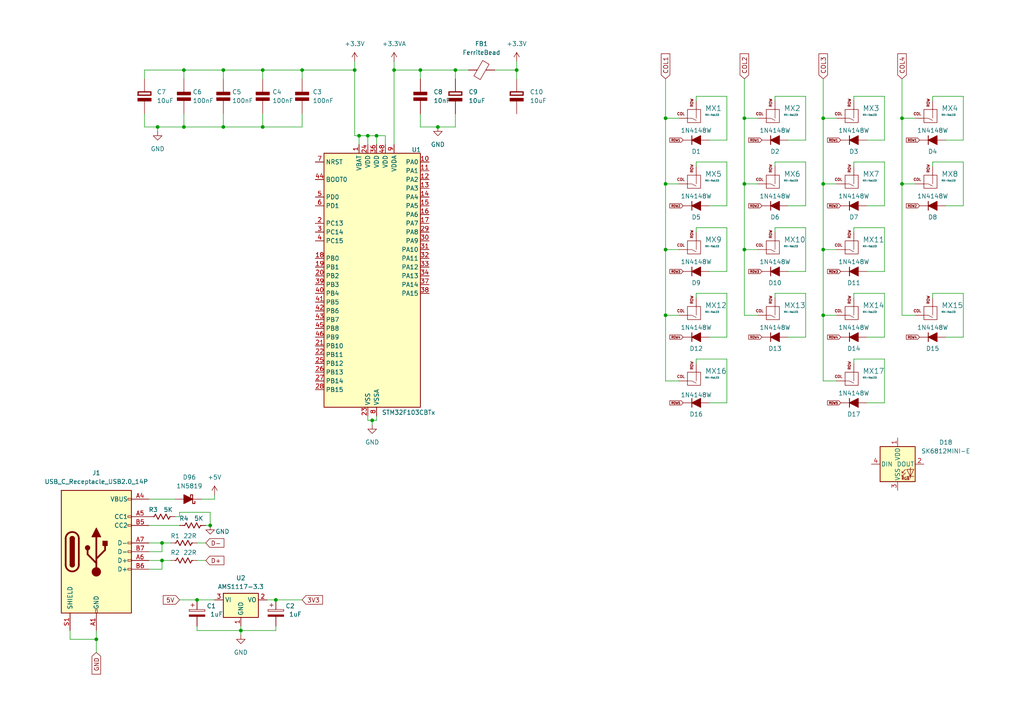
<source format=kicad_sch>
(kicad_sch (version 20231120) (generator "eeschema") (generator_version "8.0")
  (paper "A4")
  (title_block (title "Numpad Mechanical") (date "2024-06-04") (rev "1.0") (company "Dan Angles"))
  (lib_symbols
    (symbol "Connector:USB_C_Receptacle_USB2.0_14P" (pin_names (offset 1.016))
      (property "Reference" "J" (at 0 22.225 0))
      (property "Value" "USB_C_Receptacle_USB2.0_14P" (at 0 19.685 0))
      (symbol "USB_C_Receptacle_USB2.0_14P_1_1"
        (pin passive line (at 0 -22.86 90) (length 5.08) (name "GND") (number "A1"))
        (pin passive line (at 0 -22.86 90) (length 5.08) hide (name "GND") (number "A12"))
        (pin passive line (at 15.24 15.24 180) (length 5.08) (name "VBUS") (number "A4"))
        (pin bidirectional line (at 15.24 10.16 180) (length 5.08) (name "CC1") (number "A5"))
        (pin bidirectional line (at 15.24 -2.54 180) (length 5.08) (name "D+") (number "A6"))
        (pin bidirectional line (at 15.24 2.54 180) (length 5.08) (name "D-") (number "A7"))
        (pin passive line (at 15.24 15.24 180) (length 5.08) hide (name "VBUS") (number "A9"))
        (pin passive line (at 0 -22.86 90) (length 5.08) hide (name "GND") (number "B1"))
        (pin passive line (at 0 -22.86 90) (length 5.08) hide (name "GND") (number "B12"))
        (pin passive line (at 15.24 15.24 180) (length 5.08) hide (name "VBUS") (number "B4"))
        (pin bidirectional line (at 15.24 7.62 180) (length 5.08) (name "CC2") (number "B5"))
        (pin bidirectional line (at 15.24 -5.08 180) (length 5.08) (name "D+") (number "B6"))
        (pin bidirectional line (at 15.24 0 180) (length 5.08) (name "D-") (number "B7"))
        (pin passive line (at 15.24 15.24 180) (length 5.08) hide (name "VBUS") (number "B9"))
        (pin passive line (at -7.62 -22.86 90) (length 5.08) (name "SHIELD") (number "S1"))
      )
    )
    (symbol "Device:FerriteBead" (pin_numbers hide) (pin_names (offset 0))
      (property "Reference" "FB" (at -3.81 0.635 90))
      (property "Value" "FerriteBead" (at 3.81 0 90))
      (symbol "FerriteBead_1_1"
        (pin passive line (at 0 3.81 270) (length 2.54) (name "~") (number "1"))
        (pin passive line (at 0 -3.81 90) (length 2.54) (name "~") (number "2"))
      )
    )
    (symbol "MCU_ST_STM32F1:STM32F103CBTx"
      (property "Reference" "U" (at -12.7 39.37 0))
      (property "Value" "STM32F103CBTx" (at 10.16 39.37 0))
      (symbol "STM32F103CBTx_1_1"
        (pin power_in line (at -2.54 40.64 270) (length 2.54) (name "VBAT") (number "1"))
        (pin bidirectional line (at 17.78 35.56 180) (length 2.54) (name "PA0") (number "10"))
        (pin bidirectional line (at 17.78 33.02 180) (length 2.54) (name "PA1") (number "11"))
        (pin bidirectional line (at 17.78 30.48 180) (length 2.54) (name "PA2") (number "12"))
        (pin bidirectional line (at 17.78 27.94 180) (length 2.54) (name "PA3") (number "13"))
        (pin bidirectional line (at 17.78 25.4 180) (length 2.54) (name "PA4") (number "14"))
        (pin bidirectional line (at 17.78 22.86 180) (length 2.54) (name "PA5") (number "15"))
        (pin bidirectional line (at 17.78 20.32 180) (length 2.54) (name "PA6") (number "16"))
        (pin bidirectional line (at 17.78 17.78 180) (length 2.54) (name "PA7") (number "17"))
        (pin bidirectional line (at -15.24 7.62 0) (length 2.54) (name "PB0") (number "18"))
        (pin bidirectional line (at -15.24 5.08 0) (length 2.54) (name "PB1") (number "19"))
        (pin bidirectional line (at -15.24 17.78 0) (length 2.54) (name "PC13") (number "2"))
        (pin bidirectional line (at -15.24 2.54 0) (length 2.54) (name "PB2") (number "20"))
        (pin bidirectional line (at -15.24 -17.78 0) (length 2.54) (name "PB10") (number "21"))
        (pin bidirectional line (at -15.24 -20.32 0) (length 2.54) (name "PB11") (number "22"))
        (pin power_in line (at 0 -38.1 90) (length 2.54) (name "VSS") (number "23"))
        (pin power_in line (at 0 40.64 270) (length 2.54) (name "VDD") (number "24"))
        (pin bidirectional line (at -15.24 -22.86 0) (length 2.54) (name "PB12") (number "25"))
        (pin bidirectional line (at -15.24 -25.4 0) (length 2.54) (name "PB13") (number "26"))
        (pin bidirectional line (at -15.24 -27.94 0) (length 2.54) (name "PB14") (number "27"))
        (pin bidirectional line (at -15.24 -30.48 0) (length 2.54) (name "PB15") (number "28"))
        (pin bidirectional line (at 17.78 15.24 180) (length 2.54) (name "PA8") (number "29"))
        (pin bidirectional line (at -15.24 15.24 0) (length 2.54) (name "PC14") (number "3"))
        (pin bidirectional line (at 17.78 12.7 180) (length 2.54) (name "PA9") (number "30"))
        (pin bidirectional line (at 17.78 10.16 180) (length 2.54) (name "PA10") (number "31"))
        (pin bidirectional line (at 17.78 7.62 180) (length 2.54) (name "PA11") (number "32"))
        (pin bidirectional line (at 17.78 5.08 180) (length 2.54) (name "PA12") (number "33"))
        (pin bidirectional line (at 17.78 2.54 180) (length 2.54) (name "PA13") (number "34"))
        (pin passive line (at 0 -38.1 90) (length 2.54) hide (name "VSS") (number "35"))
        (pin power_in line (at 2.54 40.64 270) (length 2.54) (name "VDD") (number "36"))
        (pin bidirectional line (at 17.78 0 180) (length 2.54) (name "PA14") (number "37"))
        (pin bidirectional line (at 17.78 -2.54 180) (length 2.54) (name "PA15") (number "38"))
        (pin bidirectional line (at -15.24 0 0) (length 2.54) (name "PB3") (number "39"))
        (pin bidirectional line (at -15.24 12.7 0) (length 2.54) (name "PC15") (number "4"))
        (pin bidirectional line (at -15.24 -2.54 0) (length 2.54) (name "PB4") (number "40"))
        (pin bidirectional line (at -15.24 -5.08 0) (length 2.54) (name "PB5") (number "41"))
        (pin bidirectional line (at -15.24 -7.62 0) (length 2.54) (name "PB6") (number "42"))
        (pin bidirectional line (at -15.24 -10.16 0) (length 2.54) (name "PB7") (number "43"))
        (pin input line (at -15.24 30.48 0) (length 2.54) (name "BOOT0") (number "44"))
        (pin bidirectional line (at -15.24 -12.7 0) (length 2.54) (name "PB8") (number "45"))
        (pin bidirectional line (at -15.24 -15.24 0) (length 2.54) (name "PB9") (number "46"))
        (pin passive line (at 0 -38.1 90) (length 2.54) hide (name "VSS") (number "47"))
        (pin power_in line (at 5.08 40.64 270) (length 2.54) (name "VDD") (number "48"))
        (pin bidirectional line (at -15.24 25.4 0) (length 2.54) (name "PD0") (number "5"))
        (pin bidirectional line (at -15.24 22.86 0) (length 2.54) (name "PD1") (number "6"))
        (pin input line (at -15.24 35.56 0) (length 2.54) (name "NRST") (number "7"))
        (pin power_in line (at 2.54 -38.1 90) (length 2.54) (name "VSSA") (number "8"))
        (pin power_in line (at 7.62 40.64 270) (length 2.54) (name "VDDA") (number "9"))
      )
    )
    (symbol "MX_Alps_Hybrid:MX-NoLED" (pin_names (offset 1.016))
      (property "Reference" "MX" (at -0.635 3.81 0))
      (property "Value" "MX-NoLED" (at -0.635 1.27 0))
      (symbol "MX-NoLED_0_0"
        (text "COL" (at 3.175 0 0) (effects (font (size 0.762 0.762))))
        (text "ROW" (at 0 -1.905 900) (effects (font (size 0.762 0.762)) (justify right)))
      )
      (symbol "MX-NoLED_1_1"
        (pin passive line (at 3.81 1.27 180) (length 2.54) (name "COL") (number "1"))
        (pin passive line (at -1.27 -3.81 90) (length 2.54) (name "ROW") (number "2"))
      )
    )
    (symbol "PCM_Capacitor_AKL:CP_SMD_D6.3mm_H7.7mm" (pin_numbers hide) (pin_names (offset 0.254))
      (property "Reference" "C" (at 0.635 2.54 0))
      (property "Value" "CP_SMD_D6.3mm_H7.7mm" (at 0.635 -2.54 0))
      (symbol "CP_SMD_D6.3mm_H7.7mm_1_1"
        (pin passive line (at 0 3.81 270) (length 2.794) (name "~") (number "1"))
        (pin passive line (at 0 -3.81 90) (length 2.794) (name "~") (number "2"))
      )
    )
    (symbol "PCM_Diode_AKL:1N4148W" (pin_numbers hide) (pin_names (offset 1.016) hide)
      (property "Reference" "D" (at 0 5.08 0))
      (property "Value" "1N4148W" (at 0 2.54 0))
      (symbol "1N4148W_1_1"
        (pin passive line (at 3.81 0 180) (length 2.54) (name "K") (number "1"))
        (pin passive line (at -3.81 0 0) (length 2.54) (name "A") (number "2"))
      )
    )
    (symbol "PCM_Diode_Schottky_AKL:D_Schottky_Generic" (pin_numbers hide) (pin_names (offset 1.016) hide)
      (property "Reference" "D" (at 0 5.08 0))
      (property "Value" "D_Schottky_Generic" (at 0 2.54 0))
      (symbol "D_Schottky_Generic_1_1"
        (pin passive line (at 3.81 0 180) (length 2.54) (name "K") (number "1"))
        (pin passive line (at -3.81 0 0) (length 2.54) (name "A") (number "2"))
      )
    )
    (symbol "PCM_Elektuur:C" (pin_numbers hide) (pin_names (offset 0) hide)
      (property "Reference" "C" (at 0.635 3.175 0))
      (property "Value" "C" (at 0.635 -3.175 0))
      (symbol "C_1_1"
        (pin passive line (at 0 5.08 270) (length 3.8862) (name "+") (number "1"))
        (pin passive line (at 0 -5.08 90) (length 3.8862) (name "-") (number "2"))
      )
      (symbol "C_1_2"
        (pin passive line (at 0 5.08 270) (length 3.5814) (name "+") (number "1"))
        (pin passive line (at 0 -5.08 90) (length 3.5814) (name "-") (number "2"))
      )
    )
    (symbol "PCM_Elektuur:C-polar" (pin_numbers hide) (pin_names (offset 0) hide)
      (property "Reference" "C" (at 0.635 3.175 0))
      (property "Value" "C-polar" (at 0.635 -3.175 0))
      (property "Rating" "V" (at -0.635 -3.175 0))
      (symbol "C-polar_1_1"
        (pin passive line (at 0 5.08 270) (length 3.7338) (name "+") (number "1"))
        (pin passive line (at 0 -5.08 90) (length 3.7338) (name "-") (number "2"))
      )
      (symbol "C-polar_1_2"
        (pin passive line (at 0 5.08 270) (length 3.5814) (name "+") (number "1"))
        (pin passive line (at 0 -5.08 90) (length 3.8862) (name "-") (number "2"))
      )
    )
    (symbol "PCM_Resistor_US_AKL:R_0603" (pin_numbers hide) (pin_names (offset 0))
      (property "Reference" "R" (at 2.54 1.27 0))
      (property "Value" "R_0603" (at 2.54 -1.27 0))
      (symbol "R_0603_1_1"
        (pin passive line (at 0 3.81 270) (length 1.27) (name "~") (number "1"))
        (pin passive line (at 0 -3.81 90) (length 1.27) (name "~") (number "2"))
      )
    )
    (symbol "Regulator_Linear:AMS1117-3.3"
      (property "Reference" "U" (at -3.81 3.175 0))
      (property "Value" "AMS1117-3.3" (at 0 3.175 0))
      (symbol "AMS1117-3.3_1_1"
        (pin power_in line (at 0 -7.62 90) (length 2.54) (name "GND") (number "1"))
        (pin power_out line (at 7.62 0 180) (length 2.54) (name "VO") (number "2"))
        (pin power_in line (at -7.62 0 0) (length 2.54) (name "VI") (number "3"))
      )
    )
    (symbol "kicad-keyboard-parts:SK6812MINI-E" (pin_names (offset 0.254))
      (property "Reference" "D" (at 5.08 5.715 0))
      (property "Value" "SK6812MINI-E" (at 1.27 -5.715 0))
      (symbol "SK6812MINI-E_0_0"
        (text "RGB" (at 2.286 -4.191 0) (effects (font (size 0.762 0.762))))
      )
      (symbol "SK6812MINI-E_1_1"
        (pin power_in line (at 0 7.62 270) (length 2.54) (name "VDD") (number "1"))
        (pin output line (at 7.62 0 180) (length 2.54) (name "DOUT") (number "2"))
        (pin power_in line (at 0 -7.62 90) (length 2.54) (name "VSS") (number "3"))
        (pin input line (at -7.62 0 0) (length 2.54) (name "DIN") (number "4"))
      )
    )
    (symbol "power:+3.3V" (power) (pin_numbers hide) (pin_names (offset 0) hide)
      (property "Value" "+3.3V" (at 0 3.556 0))
      (symbol "+3.3V_1_1"
        (pin power_in line (at 0 0 90) (length 0) (name "~") (number "1"))
      )
    )
    (symbol "power:+3.3VA" (power) (pin_numbers hide) (pin_names (offset 0) hide)
      (property "Value" "+3.3VA" (at 0 3.556 0))
      (symbol "+3.3VA_1_1"
        (pin power_in line (at 0 0 90) (length 0) (name "~") (number "1"))
      )
    )
    (symbol "power:+5V" (power) (pin_numbers hide) (pin_names (offset 0) hide)
      (property "Value" "+5V" (at 0 3.556 0))
      (symbol "+5V_1_1"
        (pin power_in line (at 0 0 90) (length 0) (name "~") (number "1"))
      )
    )
    (symbol "power:GND" (power) (pin_numbers hide) (pin_names (offset 0) hide)
      (property "Value" "GND" (at 0 -3.81 0))
      (symbol "GND_1_1"
        (pin power_in line (at 0 0 270) (length 0) (name "~") (number "1"))
      )
    )
  )
  (junction (at 53.34 20.32))
  (junction (at 261.62 34.29))
  (junction (at 238.76 34.29))
  (junction (at 76.2 20.32))
  (junction (at 106.68 39.37))
  (junction (at 238.76 91.44))
  (junction (at 46.99 157.48))
  (junction (at 87.63 20.32))
  (junction (at 64.77 36.83))
  (junction (at 193.04 34.29))
  (junction (at 193.04 91.44))
  (junction (at 64.77 20.32))
  (junction (at 261.62 53.34))
  (junction (at 104.14 39.37))
  (junction (at 57.15 173.99))
  (junction (at 45.72 36.83))
  (junction (at 215.9 53.34))
  (junction (at 215.9 34.29))
  (junction (at 69.85 182.88))
  (junction (at 238.76 53.34))
  (junction (at 107.95 121.92))
  (junction (at 149.86 20.32))
  (junction (at 215.9 72.39))
  (junction (at 46.99 162.56))
  (junction (at 127 36.83))
  (junction (at 193.04 72.39))
  (junction (at 102.87 20.32))
  (junction (at 27.94 185.42))
  (junction (at 121.92 20.32))
  (junction (at 80.01 173.99))
  (junction (at 114.3 20.32))
  (junction (at 132.08 20.32))
  (junction (at 53.34 36.83))
  (junction (at 238.76 72.39))
  (junction (at 60.96 152.4))
  (junction (at 109.22 39.37))
  (junction (at 193.04 53.34))
  (junction (at 76.2 36.83))
  (wire (pts (xy 41.91 36.83) (xy 45.72 36.83)))
  (wire (pts (xy 205.74 59.69) (xy 210.82 59.69)))
  (wire (pts (xy 247.65 104.14) (xy 247.65 105.41)))
  (wire (pts (xy 41.91 22.86) (xy 41.91 20.32)))
  (wire (pts (xy 201.93 27.94) (xy 201.93 29.21)))
  (wire (pts (xy 205.74 116.84) (xy 210.82 116.84)))
  (wire (pts (xy 261.62 22.86) (xy 261.62 34.29)))
  (wire (pts (xy 205.74 40.64) (xy 210.82 40.64)))
  (wire (pts (xy 41.91 20.32) (xy 53.34 20.32)))
  (wire (pts (xy 53.34 20.32) (xy 53.34 22.86)))
  (wire (pts (xy 233.68 40.64) (xy 233.68 27.94)))
  (wire (pts (xy 45.72 36.83) (xy 53.34 36.83)))
  (wire (pts (xy 62.23 144.78) (xy 58.42 144.78)))
  (wire (pts (xy 256.54 85.09) (xy 247.65 85.09)))
  (wire (pts (xy 233.68 27.94) (xy 224.79 27.94)))
  (wire (pts (xy 69.85 182.88) (xy 80.01 182.88)))
  (wire (pts (xy 270.51 85.09) (xy 270.51 86.36)))
  (wire (pts (xy 261.62 53.34) (xy 261.62 91.44)))
  (wire (pts (xy 27.94 185.42) (xy 27.94 182.88)))
  (wire (pts (xy 149.86 20.32) (xy 149.86 22.86)))
  (wire (pts (xy 251.46 116.84) (xy 256.54 116.84)))
  (wire (pts (xy 261.62 53.34) (xy 265.43 53.34)))
  (wire (pts (xy 149.86 17.78) (xy 149.86 20.32)))
  (wire (pts (xy 256.54 78.74) (xy 256.54 66.04)))
  (wire (pts (xy 69.85 184.15) (xy 69.85 182.88)))
  (wire (pts (xy 57.15 173.99) (xy 62.23 173.99)))
  (wire (pts (xy 279.4 27.94) (xy 270.51 27.94)))
  (wire (pts (xy 114.3 17.78) (xy 114.3 20.32)))
  (wire (pts (xy 114.3 20.32) (xy 121.92 20.32)))
  (wire (pts (xy 238.76 34.29) (xy 238.76 53.34)))
  (wire (pts (xy 256.54 27.94) (xy 247.65 27.94)))
  (wire (pts (xy 87.63 20.32) (xy 87.63 22.86)))
  (wire (pts (xy 256.54 97.79) (xy 256.54 85.09)))
  (wire (pts (xy 53.34 36.83) (xy 64.77 36.83)))
  (wire (pts (xy 238.76 72.39) (xy 242.57 72.39)))
  (wire (pts (xy 46.99 165.1) (xy 46.99 162.56)))
  (wire (pts (xy 238.76 34.29) (xy 242.57 34.29)))
  (wire (pts (xy 193.04 53.34) (xy 193.04 72.39)))
  (wire (pts (xy 27.94 185.42) (xy 27.94 189.23)))
  (wire (pts (xy 233.68 85.09) (xy 224.79 85.09)))
  (wire (pts (xy 127 36.83) (xy 132.08 36.83)))
  (wire (pts (xy 238.76 72.39) (xy 238.76 91.44)))
  (wire (pts (xy 193.04 34.29) (xy 193.04 53.34)))
  (wire (pts (xy 76.2 20.32) (xy 87.63 20.32)))
  (wire (pts (xy 251.46 78.74) (xy 256.54 78.74)))
  (wire (pts (xy 247.65 66.04) (xy 247.65 67.31)))
  (wire (pts (xy 53.34 33.02) (xy 53.34 36.83)))
  (wire (pts (xy 238.76 53.34) (xy 238.76 72.39)))
  (wire (pts (xy 76.2 36.83) (xy 76.2 33.02)))
  (wire (pts (xy 104.14 39.37) (xy 106.68 39.37)))
  (wire (pts (xy 279.4 40.64) (xy 279.4 27.94)))
  (wire (pts (xy 109.22 121.92) (xy 109.22 120.65)))
  (wire (pts (xy 233.68 78.74) (xy 233.68 66.04)))
  (wire (pts (xy 52.07 149.86) (xy 50.8 149.86)))
  (wire (pts (xy 270.51 46.99) (xy 270.51 48.26)))
  (wire (pts (xy 233.68 97.79) (xy 233.68 85.09)))
  (wire (pts (xy 43.18 165.1) (xy 46.99 165.1)))
  (wire (pts (xy 80.01 173.99) (xy 87.63 173.99)))
  (wire (pts (xy 107.95 123.19) (xy 107.95 121.92)))
  (wire (pts (xy 251.46 40.64) (xy 256.54 40.64)))
  (wire (pts (xy 215.9 53.34) (xy 219.71 53.34)))
  (wire (pts (xy 41.91 33.02) (xy 41.91 36.83)))
  (wire (pts (xy 247.65 27.94) (xy 247.65 29.21)))
  (wire (pts (xy 132.08 22.86) (xy 132.08 20.32)))
  (wire (pts (xy 256.54 59.69) (xy 256.54 46.99)))
  (wire (pts (xy 80.01 182.88) (xy 80.01 181.61)))
  (wire (pts (xy 64.77 36.83) (xy 76.2 36.83)))
  (wire (pts (xy 201.93 85.09) (xy 201.93 86.36)))
  (wire (pts (xy 106.68 39.37) (xy 106.68 41.91)))
  (wire (pts (xy 279.4 85.09) (xy 270.51 85.09)))
  (wire (pts (xy 224.79 46.99) (xy 224.79 48.26)))
  (wire (pts (xy 210.82 78.74) (xy 210.82 66.04)))
  (wire (pts (xy 121.92 36.83) (xy 127 36.83)))
  (wire (pts (xy 210.82 116.84) (xy 210.82 104.14)))
  (wire (pts (xy 238.76 53.34) (xy 242.57 53.34)))
  (wire (pts (xy 20.32 185.42) (xy 27.94 185.42)))
  (wire (pts (xy 87.63 20.32) (xy 102.87 20.32)))
  (wire (pts (xy 77.47 173.99) (xy 80.01 173.99)))
  (wire (pts (xy 43.18 152.4) (xy 52.07 152.4)))
  (wire (pts (xy 193.04 34.29) (xy 196.85 34.29)))
  (wire (pts (xy 114.3 20.32) (xy 114.3 41.91)))
  (wire (pts (xy 106.68 121.92) (xy 106.68 120.65)))
  (wire (pts (xy 102.87 39.37) (xy 104.14 39.37)))
  (wire (pts (xy 261.62 34.29) (xy 265.43 34.29)))
  (wire (pts (xy 261.62 34.29) (xy 261.62 53.34)))
  (wire (pts (xy 143.51 20.32) (xy 149.86 20.32)))
  (wire (pts (xy 193.04 72.39) (xy 196.85 72.39)))
  (wire (pts (xy 87.63 36.83) (xy 87.63 33.02)))
  (wire (pts (xy 233.68 46.99) (xy 224.79 46.99)))
  (wire (pts (xy 193.04 22.86) (xy 193.04 34.29)))
  (wire (pts (xy 43.18 144.78) (xy 50.8 144.78)))
  (wire (pts (xy 64.77 22.86) (xy 64.77 20.32)))
  (wire (pts (xy 52.07 173.99) (xy 57.15 173.99)))
  (wire (pts (xy 45.72 38.1) (xy 45.72 36.83)))
  (wire (pts (xy 59.69 157.48) (xy 57.15 157.48)))
  (wire (pts (xy 210.82 46.99) (xy 201.93 46.99)))
  (wire (pts (xy 46.99 162.56) (xy 49.53 162.56)))
  (wire (pts (xy 64.77 36.83) (xy 64.77 33.02)))
  (wire (pts (xy 238.76 22.86) (xy 238.76 34.29)))
  (wire (pts (xy 43.18 160.02) (xy 46.99 160.02)))
  (wire (pts (xy 274.32 97.79) (xy 279.4 97.79)))
  (wire (pts (xy 193.04 91.44) (xy 196.85 91.44)))
  (wire (pts (xy 228.6 59.69) (xy 233.68 59.69)))
  (wire (pts (xy 76.2 36.83) (xy 87.63 36.83)))
  (wire (pts (xy 205.74 97.79) (xy 210.82 97.79)))
  (wire (pts (xy 270.51 27.94) (xy 270.51 29.21)))
  (wire (pts (xy 201.93 104.14) (xy 201.93 105.41)))
  (wire (pts (xy 224.79 27.94) (xy 224.79 29.21)))
  (wire (pts (xy 210.82 40.64) (xy 210.82 27.94)))
  (wire (pts (xy 104.14 39.37) (xy 104.14 41.91)))
  (wire (pts (xy 279.4 46.99) (xy 270.51 46.99)))
  (wire (pts (xy 57.15 182.88) (xy 57.15 181.61)))
  (wire (pts (xy 210.82 59.69) (xy 210.82 46.99)))
  (wire (pts (xy 193.04 110.49) (xy 196.85 110.49)))
  (wire (pts (xy 69.85 182.88) (xy 69.85 181.61)))
  (wire (pts (xy 201.93 66.04) (xy 201.93 67.31)))
  (wire (pts (xy 52.07 148.59) (xy 52.07 149.86)))
  (wire (pts (xy 106.68 39.37) (xy 109.22 39.37)))
  (wire (pts (xy 109.22 41.91) (xy 109.22 39.37)))
  (wire (pts (xy 261.62 91.44) (xy 265.43 91.44)))
  (wire (pts (xy 46.99 160.02) (xy 46.99 157.48)))
  (wire (pts (xy 215.9 91.44) (xy 219.71 91.44)))
  (wire (pts (xy 46.99 162.56) (xy 43.18 162.56)))
  (wire (pts (xy 274.32 59.69) (xy 279.4 59.69)))
  (wire (pts (xy 46.99 157.48) (xy 49.53 157.48)))
  (wire (pts (xy 53.34 20.32) (xy 64.77 20.32)))
  (wire (pts (xy 228.6 40.64) (xy 233.68 40.64)))
  (wire (pts (xy 121.92 20.32) (xy 121.92 22.86)))
  (wire (pts (xy 201.93 46.99) (xy 201.93 48.26)))
  (wire (pts (xy 215.9 22.86) (xy 215.9 34.29)))
  (wire (pts (xy 256.54 66.04) (xy 247.65 66.04)))
  (wire (pts (xy 256.54 40.64) (xy 256.54 27.94)))
  (wire (pts (xy 215.9 72.39) (xy 215.9 91.44)))
  (wire (pts (xy 224.79 85.09) (xy 224.79 86.36)))
  (wire (pts (xy 121.92 33.02) (xy 121.92 36.83)))
  (wire (pts (xy 256.54 116.84) (xy 256.54 104.14)))
  (wire (pts (xy 20.32 182.88) (xy 20.32 185.42)))
  (wire (pts (xy 233.68 66.04) (xy 224.79 66.04)))
  (wire (pts (xy 132.08 20.32) (xy 121.92 20.32)))
  (wire (pts (xy 210.82 97.79) (xy 210.82 85.09)))
  (wire (pts (xy 210.82 104.14) (xy 201.93 104.14)))
  (wire (pts (xy 205.74 78.74) (xy 210.82 78.74)))
  (wire (pts (xy 215.9 53.34) (xy 215.9 72.39)))
  (wire (pts (xy 274.32 40.64) (xy 279.4 40.64)))
  (wire (pts (xy 193.04 91.44) (xy 193.04 110.49)))
  (wire (pts (xy 210.82 66.04) (xy 201.93 66.04)))
  (wire (pts (xy 52.07 148.59) (xy 60.96 148.59)))
  (wire (pts (xy 210.82 27.94) (xy 201.93 27.94)))
  (wire (pts (xy 256.54 46.99) (xy 247.65 46.99)))
  (wire (pts (xy 247.65 85.09) (xy 247.65 86.36)))
  (wire (pts (xy 59.69 152.4) (xy 60.96 152.4)))
  (wire (pts (xy 228.6 78.74) (xy 233.68 78.74)))
  (wire (pts (xy 215.9 72.39) (xy 219.71 72.39)))
  (wire (pts (xy 233.68 59.69) (xy 233.68 46.99)))
  (wire (pts (xy 256.54 104.14) (xy 247.65 104.14)))
  (wire (pts (xy 238.76 110.49) (xy 242.57 110.49)))
  (wire (pts (xy 251.46 97.79) (xy 256.54 97.79)))
  (wire (pts (xy 193.04 53.34) (xy 196.85 53.34)))
  (wire (pts (xy 279.4 59.69) (xy 279.4 46.99)))
  (wire (pts (xy 210.82 85.09) (xy 201.93 85.09)))
  (wire (pts (xy 64.77 20.32) (xy 76.2 20.32)))
  (wire (pts (xy 238.76 91.44) (xy 242.57 91.44)))
  (wire (pts (xy 135.89 20.32) (xy 132.08 20.32)))
  (wire (pts (xy 247.65 46.99) (xy 247.65 48.26)))
  (wire (pts (xy 106.68 121.92) (xy 107.95 121.92)))
  (wire (pts (xy 111.76 39.37) (xy 111.76 41.91)))
  (wire (pts (xy 215.9 34.29) (xy 219.71 34.29)))
  (wire (pts (xy 215.9 34.29) (xy 215.9 53.34)))
  (wire (pts (xy 224.79 66.04) (xy 224.79 67.31)))
  (wire (pts (xy 62.23 143.51) (xy 62.23 144.78)))
  (wire (pts (xy 57.15 182.88) (xy 69.85 182.88)))
  (wire (pts (xy 107.95 121.92) (xy 109.22 121.92)))
  (wire (pts (xy 46.99 157.48) (xy 43.18 157.48)))
  (wire (pts (xy 193.04 72.39) (xy 193.04 91.44)))
  (wire (pts (xy 132.08 33.02) (xy 132.08 36.83)))
  (wire (pts (xy 102.87 39.37) (xy 102.87 20.32)))
  (wire (pts (xy 76.2 20.32) (xy 76.2 22.86)))
  (wire (pts (xy 279.4 97.79) (xy 279.4 85.09)))
  (wire (pts (xy 238.76 91.44) (xy 238.76 110.49)))
  (wire (pts (xy 109.22 39.37) (xy 111.76 39.37)))
  (wire (pts (xy 228.6 97.79) (xy 233.68 97.79)))
  (wire (pts (xy 251.46 59.69) (xy 256.54 59.69)))
  (wire (pts (xy 102.87 17.78) (xy 102.87 20.32)))
  (wire (pts (xy 60.96 148.59) (xy 60.96 152.4)))
  (wire (pts (xy 59.69 162.56) (xy 57.15 162.56)))
  (global_label "ROW5" (shape input) (at 243.84 116.84 180) (effects (font (size 0.635 0.635))) (property "Intersheetrefs" "${INTERSHEET_REFS}" (effects (hide yes))))
  (global_label "ROW3" (shape input) (at 220.98 78.74 180) (effects (font (size 0.635 0.635))) (property "Intersheetrefs" "${INTERSHEET_REFS}" (effects (hide yes))))
  (global_label "ROW4" (shape input) (at 198.12 97.79 180) (effects (font (size 0.635 0.635))) (property "Intersheetrefs" "${INTERSHEET_REFS}" (effects (hide yes))))
  (global_label "ROW1" (shape input) (at 198.12 40.64 180) (effects (font (size 0.635 0.635))) (property "Intersheetrefs" "${INTERSHEET_REFS}" (effects (hide yes))))
  (global_label "COL3" (shape input) (at 238.76 22.86 90) (property "Intersheetrefs" "${INTERSHEET_REFS}" (effects (hide yes))))
  (global_label "ROW4" (shape input) (at 266.7 97.79 180) (effects (font (size 0.635 0.635))) (property "Intersheetrefs" "${INTERSHEET_REFS}" (effects (hide yes))))
  (global_label "D-" (shape input) (at 59.69 157.48 0) (property "Intersheetrefs" "${INTERSHEET_REFS}" (effects (hide yes))))
  (global_label "COL4" (shape input) (at 261.62 22.86 90) (property "Intersheetrefs" "${INTERSHEET_REFS}" (effects (hide yes))))
  (global_label "ROW2" (shape input) (at 243.84 59.69 180) (effects (font (size 0.635 0.635))) (property "Intersheetrefs" "${INTERSHEET_REFS}" (effects (hide yes))))
  (global_label "ROW4" (shape input) (at 243.84 97.79 180) (effects (font (size 0.635 0.635))) (property "Intersheetrefs" "${INTERSHEET_REFS}" (effects (hide yes))))
  (global_label "ROW1" (shape input) (at 220.98 40.64 180) (effects (font (size 0.635 0.635))) (property "Intersheetrefs" "${INTERSHEET_REFS}" (effects (hide yes))))
  (global_label "ROW3" (shape input) (at 198.12 78.74 180) (effects (font (size 0.635 0.635))) (property "Intersheetrefs" "${INTERSHEET_REFS}" (effects (hide yes))))
  (global_label "3V3" (shape input) (at 87.63 173.99 0) (property "Intersheetrefs" "${INTERSHEET_REFS}" (effects (hide yes))))
  (global_label "ROW1" (shape input) (at 266.7 40.64 180) (effects (font (size 0.635 0.635))) (property "Intersheetrefs" "${INTERSHEET_REFS}" (effects (hide yes))))
  (global_label "ROW3" (shape input) (at 243.84 78.74 180) (effects (font (size 0.635 0.635))) (property "Intersheetrefs" "${INTERSHEET_REFS}" (effects (hide yes))))
  (global_label "ROW5" (shape input) (at 198.12 116.84 180) (effects (font (size 0.635 0.635))) (property "Intersheetrefs" "${INTERSHEET_REFS}" (effects (hide yes))))
  (global_label "ROW2" (shape input) (at 220.98 59.69 180) (effects (font (size 0.635 0.635))) (property "Intersheetrefs" "${INTERSHEET_REFS}" (effects (hide yes))))
  (global_label "D+" (shape input) (at 59.69 162.56 0) (property "Intersheetrefs" "${INTERSHEET_REFS}" (effects (hide yes))))
  (global_label "ROW2" (shape input) (at 266.7 59.69 180) (effects (font (size 0.635 0.635))) (property "Intersheetrefs" "${INTERSHEET_REFS}" (effects (hide yes))))
  (global_label "GND" (shape input) (at 27.94 189.23 270) (property "Intersheetrefs" "${INTERSHEET_REFS}" (effects (hide yes))))
  (global_label "COL2" (shape input) (at 215.9 22.86 90) (property "Intersheetrefs" "${INTERSHEET_REFS}" (effects (hide yes))))
  (global_label "5V" (shape input) (at 52.07 173.99 180) (property "Intersheetrefs" "${INTERSHEET_REFS}" (effects (hide yes))))
  (global_label "COL1" (shape input) (at 193.04 22.86 90) (property "Intersheetrefs" "${INTERSHEET_REFS}" (effects (hide yes))))
  (global_label "ROW2" (shape input) (at 198.12 59.69 180) (effects (font (size 0.635 0.635))) (property "Intersheetrefs" "${INTERSHEET_REFS}" (effects (hide yes))))
  (global_label "ROW4" (shape input) (at 220.98 97.79 180) (effects (font (size 0.635 0.635))) (property "Intersheetrefs" "${INTERSHEET_REFS}" (effects (hide yes))))
  (global_label "ROW1" (shape input) (at 243.84 40.64 180) (effects (font (size 0.635 0.635))) (property "Intersheetrefs" "${INTERSHEET_REFS}" (effects (hide yes))))
  (symbol (lib_id "MX_Alps_Hybrid:MX-NoLED") (at 246.38 71.12 180) (unit 1)
    (property "Reference" "MX11" (at 250.19 69.52 0) (effects (font (size 1.524 1.524)) (justify right)))
    (property "Value" "MX-NoLED" (at 250.19 71.4251 0) (effects (font (size 0.508 0.508)) (justify right)))
    (property "Footprint" "MX_Alps_Hybrid:MX-1U-NoLED" (effects (hide yes)))
  )
  (symbol (lib_id "PCM_Elektuur:C-polar") (at 149.86 27.94 0) (unit 1)
    (property "Reference" "C10" (at 153.67 26.67 0) (effects (justify left)))
    (property "Value" "10uF" (at 153.67 29.21 0) (effects (justify left)))
    (property "Description" "capacitor, polar(ized)" (effects (hide yes)))
    (property "Indicator" "+" (effects (hide yes)))
    (property "Rating" "V" (effects (hide yes)))
  )
  (symbol (lib_id "Connector:USB_C_Receptacle_USB2.0_14P") (at 27.94 160.02 0) (unit 1)
    (property "Reference" "J1" (at 27.94 137.16 0))
    (property "Value" "USB_C_Receptacle_USB2.0_14P" (at 27.94 139.7 0))
    (property "Footprint" "Connector_USB:USB_C_Receptacle_XKB_U262-16XN-4BVC11" (effects (hide yes)))
    (property "Datasheet" "https://www.usb.org/sites/default/files/documents/usb_type-c.zip" (effects (hide yes)))
    (property "Description" "USB 2.0-only 14P Type-C Receptacle connector" (effects (hide yes)))
  )
  (symbol (lib_id "PCM_Diode_AKL:1N4148W") (at 224.79 97.79 180) (unit 1)
    (property "Reference" "D13" (at 224.79 101.092 0))
    (property "Value" "1N4148W" (at 224.79 94.996 0))
    (property "Footprint" "D_SOD-123_A:D_SOD-123_A" (effects (hide yes)))
    (property "Datasheet" "https://datasheet.octopart.com/1N4148W-HE3-18-Vishay-datasheet-17291302.pdf" (effects (hide yes)))
    (property "Description" "SOD-123 Diode, Small Signal, Fast Switching, 75V, 150mA, 4ns, Alternate KiCad Library" (effects (hide yes)))
  )
  (symbol (lib_id "PCM_Diode_AKL:1N4148W") (at 247.65 116.84 180) (unit 1)
    (property "Reference" "D17" (at 247.65 120.142 0))
    (property "Value" "1N4148W" (at 247.65 114.046 0))
    (property "Footprint" "D_SOD-123_A:D_SOD-123_A" (effects (hide yes)))
    (property "Datasheet" "https://datasheet.octopart.com/1N4148W-HE3-18-Vishay-datasheet-17291302.pdf" (effects (hide yes)))
    (property "Description" "SOD-123 Diode, Small Signal, Fast Switching, 75V, 150mA, 4ns, Alternate KiCad Library" (effects (hide yes)))
  )
  (symbol (lib_id "MX_Alps_Hybrid:MX-NoLED") (at 223.52 90.17 180) (unit 1)
    (property "Reference" "MX13" (at 227.33 88.57 0) (effects (font (size 1.524 1.524)) (justify right)))
    (property "Value" "MX-NoLED" (at 227.33 90.4751 0) (effects (font (size 0.508 0.508)) (justify right)))
    (property "Footprint" "MX_Alps_Hybrid:MX-1U-NoLED" (effects (hide yes)))
  )
  (symbol (lib_id "PCM_Diode_AKL:1N4148W") (at 201.93 97.79 180) (unit 1)
    (property "Reference" "D12" (at 201.93 101.092 0))
    (property "Value" "1N4148W" (at 201.93 94.996 0))
    (property "Footprint" "D_SOD-123_A:D_SOD-123_A" (effects (hide yes)))
    (property "Datasheet" "https://datasheet.octopart.com/1N4148W-HE3-18-Vishay-datasheet-17291302.pdf" (effects (hide yes)))
    (property "Description" "SOD-123 Diode, Small Signal, Fast Switching, 75V, 150mA, 4ns, Alternate KiCad Library" (effects (hide yes)))
  )
  (symbol (lib_id "PCM_Diode_Schottky_AKL:D_Schottky_Generic") (at 54.61 144.78 0) (unit 1)
    (property "Reference" "D96" (at 54.9275 138.43 0))
    (property "Value" "1N5819" (at 54.9275 140.97 0))
    (property "Footprint" "D_SOD-123_A:D_SOD-123_A" (effects (hide yes)))
    (property "Description" "Schottky diode, Generic Symbol, Alternate KiCAD Library" (effects (hide yes)))
  )
  (symbol (lib_id "Regulator_Linear:AMS1117-3.3") (at 69.85 173.99 0) (unit 1)
    (property "Reference" "U2" (at 69.85 167.64 0))
    (property "Value" "AMS1117-3.3" (at 69.85 170.18 0))
    (property "Footprint" "Package_TO_SOT_SMD:SOT-223-3_TabPin2" (effects (hide yes)))
    (property "Datasheet" "http://www.advanced-monolithic.com/pdf/ds1117.pdf" (effects (hide yes)))
    (property "Description" "1A Low Dropout regulator, positive, 3.3V fixed output, SOT-223" (effects (hide yes)))
  )
  (symbol (lib_id "MX_Alps_Hybrid:MX-NoLED") (at 269.24 90.17 180) (unit 1)
    (property "Reference" "MX15" (at 273.05 88.57 0) (effects (font (size 1.524 1.524)) (justify right)))
    (property "Value" "MX-NoLED" (at 273.05 90.4751 0) (effects (font (size 0.508 0.508)) (justify right)))
    (property "Footprint" "MX_Alps_Hybrid:MX-Alps-Hybrid-2U-Vertical" (effects (hide yes)))
  )
  (symbol (lib_id "PCM_Diode_AKL:1N4148W") (at 201.93 116.84 180) (unit 1)
    (property "Reference" "D16" (at 201.93 120.142 0))
    (property "Value" "1N4148W" (at 201.93 114.554 0))
    (property "Footprint" "D_SOD-123_A:D_SOD-123_A" (effects (hide yes)))
    (property "Datasheet" "https://datasheet.octopart.com/1N4148W-HE3-18-Vishay-datasheet-17291302.pdf" (effects (hide yes)))
    (property "Description" "SOD-123 Diode, Small Signal, Fast Switching, 75V, 150mA, 4ns, Alternate KiCad Library" (effects (hide yes)))
  )
  (symbol (lib_id "Device:FerriteBead") (at 139.7 20.32 90) (unit 1)
    (property "Reference" "FB1" (at 139.6492 12.7 90))
    (property "Value" "FerriteBead" (at 139.6492 15.24 90))
    (property "Description" "Ferrite bead" (effects (hide yes)))
  )
  (symbol (lib_id "PCM_Diode_AKL:1N4148W") (at 201.93 78.74 180) (unit 1)
    (property "Reference" "D9" (at 201.93 82.042 0))
    (property "Value" "1N4148W" (at 201.93 75.946 0))
    (property "Footprint" "D_SOD-123_A:D_SOD-123_A" (effects (hide yes)))
    (property "Datasheet" "https://datasheet.octopart.com/1N4148W-HE3-18-Vishay-datasheet-17291302.pdf" (effects (hide yes)))
    (property "Description" "SOD-123 Diode, Small Signal, Fast Switching, 75V, 150mA, 4ns, Alternate KiCad Library" (effects (hide yes)))
  )
  (symbol (lib_id "MX_Alps_Hybrid:MX-NoLED") (at 246.38 33.02 180) (unit 1)
    (property "Reference" "MX3" (at 250.19 31.42 0) (effects (font (size 1.524 1.524)) (justify right)))
    (property "Value" "MX-NoLED" (at 250.19 33.3251 0) (effects (font (size 0.508 0.508)) (justify right)))
    (property "Footprint" "MX_Alps_Hybrid:MX-1U-NoLED" (effects (hide yes)))
  )
  (symbol (lib_id "PCM_Elektuur:C") (at 64.77 27.94 0) (unit 1)
    (property "Reference" "C5" (at 67.31 26.67 0) (effects (justify left)))
    (property "Value" "100nF" (at 67.31 29.21 0) (effects (justify left)))
    (property "Description" "capacitor, non-polarized/bipolar" (effects (hide yes)))
    (property "Indicator" "+" (effects (hide yes)))
    (property "Rating" "V" (effects (hide yes)))
  )
  (symbol (lib_id "PCM_Elektuur:C-polar") (at 132.08 27.94 0) (unit 1)
    (property "Reference" "C9" (at 135.89 26.67 0) (effects (justify left)))
    (property "Value" "10uF" (at 135.89 29.21 0) (effects (justify left)))
    (property "Description" "capacitor, polar(ized)" (effects (hide yes)))
    (property "Indicator" "+" (effects (hide yes)))
    (property "Rating" "V" (effects (hide yes)))
  )
  (symbol (lib_id "MX_Alps_Hybrid:MX-NoLED") (at 200.66 33.02 180) (unit 1)
    (property "Reference" "MX1" (at 204.47 31.42 0) (effects (font (size 1.524 1.524)) (justify right)))
    (property "Value" "MX-NoLED" (at 204.47 33.3251 0) (effects (font (size 0.508 0.508)) (justify right)))
    (property "Footprint" "MX_Alps_Hybrid:MX-1U-NoLED" (effects (hide yes)))
  )
  (symbol (lib_id "PCM_Diode_AKL:1N4148W") (at 224.79 40.64 180) (unit 1)
    (property "Reference" "D2" (at 224.79 43.942 0))
    (property "Value" "1N4148W" (at 224.79 37.846 0))
    (property "Footprint" "D_SOD-123_A:D_SOD-123_A" (effects (hide yes)))
    (property "Datasheet" "https://datasheet.octopart.com/1N4148W-HE3-18-Vishay-datasheet-17291302.pdf" (effects (hide yes)))
    (property "Description" "SOD-123 Diode, Small Signal, Fast Switching, 75V, 150mA, 4ns, Alternate KiCad Library" (effects (hide yes)))
  )
  (symbol (lib_id "PCM_Elektuur:C") (at 87.63 27.94 0) (unit 1)
    (property "Reference" "C3" (at 90.678 26.67 0) (effects (justify left)))
    (property "Value" "100nF" (at 90.678 29.21 0) (effects (justify left)))
    (property "Description" "capacitor, non-polarized/bipolar" (effects (hide yes)))
    (property "Indicator" "+" (effects (hide yes)))
    (property "Rating" "V" (effects (hide yes)))
  )
  (symbol (lib_id "power:+5V") (at 62.23 143.51 0) (unit 1)
    (property "Reference" "#PWR03" (effects (hide yes)))
    (property "Value" "+5V" (at 62.23 138.43 0))
    (property "Description" "Power symbol creates a global label with name \"+5V\"" (effects (hide yes)))
  )
  (symbol (lib_id "power:GND") (at 69.85 184.15 0) (unit 1)
    (property "Reference" "#PWR04" (effects (hide yes)))
    (property "Value" "GND" (at 69.85 189.23 0))
    (property "Description" "Power symbol creates a global label with name \"GND\" , ground" (effects (hide yes)))
  )
  (symbol (lib_id "PCM_Elektuur:C") (at 121.92 27.94 0) (unit 1)
    (property "Reference" "C8" (at 125.73 26.6699 0) (effects (justify left)))
    (property "Value" "10nF" (at 125.73 29.2099 0) (effects (justify left)))
    (property "Description" "capacitor, non-polarized/bipolar" (effects (hide yes)))
    (property "Indicator" "+" (effects (hide yes)))
    (property "Rating" "V" (effects (hide yes)))
  )
  (symbol (lib_id "PCM_Capacitor_AKL:CP_SMD_D6.3mm_H7.7mm") (at 57.15 177.8 0) (unit 1)
    (property "Reference" "C1" (at 59.944 175.768 0) (effects (justify left)))
    (property "Value" "1uF" (at 60.96 178.1809 0) (effects (justify left)))
    (property "Footprint" "Capacitor_SMD:CP_Elec_6.3x7.7" (effects (hide yes)))
    (property "Description" "SMD Electrolytic Capacitor, 6.3mm Diameter, 7.7mm Height, European Symbol, Alternate KiCad Library" (effects (hide yes)))
  )
  (symbol (lib_id "PCM_Diode_AKL:1N4148W") (at 270.51 59.69 180) (unit 1)
    (property "Reference" "D8" (at 270.51 62.992 0))
    (property "Value" "1N4148W" (at 270.51 56.896 0))
    (property "Footprint" "D_SOD-123_A:D_SOD-123_A" (effects (hide yes)))
    (property "Datasheet" "https://datasheet.octopart.com/1N4148W-HE3-18-Vishay-datasheet-17291302.pdf" (effects (hide yes)))
    (property "Description" "SOD-123 Diode, Small Signal, Fast Switching, 75V, 150mA, 4ns, Alternate KiCad Library" (effects (hide yes)))
  )
  (symbol (lib_id "MX_Alps_Hybrid:MX-NoLED") (at 200.66 90.17 180) (unit 1)
    (property "Reference" "MX12" (at 204.47 88.57 0) (effects (font (size 1.524 1.524)) (justify right)))
    (property "Value" "MX-NoLED" (at 204.47 90.4751 0) (effects (font (size 0.508 0.508)) (justify right)))
    (property "Footprint" "MX_Alps_Hybrid:MX-1U-NoLED" (effects (hide yes)))
  )
  (symbol (lib_id "power:+3.3V") (at 149.86 17.78 0) (unit 1)
    (property "Reference" "#PWR09" (effects (hide yes)))
    (property "Value" "+3.3V" (at 149.86 12.7 0))
    (property "Description" "Power symbol creates a global label with name \"+3.3V\"" (effects (hide yes)))
  )
  (symbol (lib_id "power:GND") (at 45.72 38.1 0) (unit 1)
    (property "Reference" "#PWR06" (effects (hide yes)))
    (property "Value" "GND" (at 45.72 43.18 0))
    (property "Description" "Power symbol creates a global label with name \"GND\" , ground" (effects (hide yes)))
  )
  (symbol (lib_id "power:+3.3V") (at 102.87 17.78 0) (unit 1)
    (property "Reference" "#PWR05" (effects (hide yes)))
    (property "Value" "+3.3V" (at 102.87 12.7 0))
    (property "Description" "Power symbol creates a global label with name \"+3.3V\"" (effects (hide yes)))
  )
  (symbol (lib_id "power:+3.3VA") (at 114.3 17.78 0) (unit 1)
    (property "Reference" "#PWR08" (effects (hide yes)))
    (property "Value" "+3.3VA" (at 114.3 12.7 0))
    (property "Description" "Power symbol creates a global label with name \"+3.3VA\"" (effects (hide yes)))
  )
  (symbol (lib_id "PCM_Resistor_US_AKL:R_0603") (at 46.99 149.86 90) (unit 1)
    (property "Reference" "R3" (at 44.45 147.828 90))
    (property "Value" "5K" (at 48.768 147.828 90))
    (property "Footprint" "Resistor_SMD:R_0603_1608Metric_Pad0.98x0.95mm_HandSolder" (effects (hide yes)))
    (property "Description" "SMD 0603 Chip Resistor, US Symbol, Alternate KiCad Library" (effects (hide yes)))
  )
  (symbol (lib_id "MX_Alps_Hybrid:MX-NoLED") (at 200.66 71.12 180) (unit 1)
    (property "Reference" "MX9" (at 204.47 69.52 0) (effects (font (size 1.524 1.524)) (justify right)))
    (property "Value" "MX-NoLED" (at 204.47 71.4251 0) (effects (font (size 0.508 0.508)) (justify right)))
    (property "Footprint" "MX_Alps_Hybrid:MX-1U-NoLED" (effects (hide yes)))
  )
  (symbol (lib_id "MX_Alps_Hybrid:MX-NoLED") (at 246.38 109.22 180) (unit 1)
    (property "Reference" "MX17" (at 250.19 107.62 0) (effects (font (size 1.524 1.524)) (justify right)))
    (property "Value" "MX-NoLED" (at 250.19 109.5251 0) (effects (font (size 0.508 0.508)) (justify right)))
    (property "Footprint" "MX_Alps_Hybrid:MX-1U-NoLED" (effects (hide yes)))
  )
  (symbol (lib_id "MCU_ST_STM32F1:STM32F103CBTx") (at 106.68 82.55 0) (unit 1)
    (property "Reference" "U1" (at 119.38 43.434 0) (effects (justify left)))
    (property "Value" "STM32F103CBTx" (at 110.744 119.634 0) (effects (justify left)))
    (property "Footprint" "Package_QFP:LQFP-48_7x7mm_P0.5mm" (effects (hide yes)))
    (property "Datasheet" "https://www.st.com/resource/en/datasheet/stm32f103cb.pdf" (effects (hide yes)))
    (property "Description" "STMicroelectronics Arm Cortex-M3 MCU, 128KB flash, 20KB RAM, 72 MHz, 2.0-3.6V, 37 GPIO, LQFP48" (effects (hide yes)))
  )
  (symbol (lib_id "MX_Alps_Hybrid:MX-NoLED") (at 269.24 52.07 180) (unit 1)
    (property "Reference" "MX8" (at 273.05 50.47 0) (effects (font (size 1.524 1.524)) (justify right)))
    (property "Value" "MX-NoLED" (at 273.05 52.3751 0) (effects (font (size 0.508 0.508)) (justify right)))
    (property "Footprint" "MX_Alps_Hybrid:MX-Alps-Hybrid-2U-Vertical" (effects (hide yes)))
  )
  (symbol (lib_id "power:GND") (at 60.96 152.4 0) (unit 1)
    (property "Reference" "#PWR02" (effects (hide yes)))
    (property "Value" "GND" (at 64.516 154.178 0))
    (property "Description" "Power symbol creates a global label with name \"GND\" , ground" (effects (hide yes)))
  )
  (symbol (lib_id "power:GND") (at 127 36.83 0) (unit 1)
    (property "Reference" "#PWR07" (effects (hide yes)))
    (property "Value" "GND" (at 127 41.91 0))
    (property "Description" "Power symbol creates a global label with name \"GND\" , ground" (effects (hide yes)))
  )
  (symbol (lib_id "PCM_Elektuur:C") (at 76.2 27.94 0) (unit 1)
    (property "Reference" "C4" (at 78.994 26.67 0) (effects (justify left)))
    (property "Value" "100nF" (at 78.994 29.21 0) (effects (justify left)))
    (property "Description" "capacitor, non-polarized/bipolar" (effects (hide yes)))
    (property "Indicator" "+" (effects (hide yes)))
    (property "Rating" "V" (effects (hide yes)))
  )
  (symbol (lib_id "PCM_Resistor_US_AKL:R_0603") (at 55.88 152.4 90) (unit 1)
    (property "Reference" "R4" (at 53.34 150.368 90))
    (property "Value" "5K" (at 57.658 150.368 90))
    (property "Footprint" "Resistor_SMD:R_0603_1608Metric_Pad0.98x0.95mm_HandSolder" (effects (hide yes)))
    (property "Description" "SMD 0603 Chip Resistor, US Symbol, Alternate KiCad Library" (effects (hide yes)))
  )
  (symbol (lib_id "PCM_Diode_AKL:1N4148W") (at 224.79 78.74 180) (unit 1)
    (property "Reference" "D10" (at 224.79 82.042 0))
    (property "Value" "1N4148W" (at 224.79 75.946 0))
    (property "Footprint" "D_SOD-123_A:D_SOD-123_A" (effects (hide yes)))
    (property "Datasheet" "https://datasheet.octopart.com/1N4148W-HE3-18-Vishay-datasheet-17291302.pdf" (effects (hide yes)))
    (property "Description" "SOD-123 Diode, Small Signal, Fast Switching, 75V, 150mA, 4ns, Alternate KiCad Library" (effects (hide yes)))
  )
  (symbol (lib_id "MX_Alps_Hybrid:MX-NoLED") (at 246.38 52.07 180) (unit 1)
    (property "Reference" "MX7" (at 250.19 50.47 0) (effects (font (size 1.524 1.524)) (justify right)))
    (property "Value" "MX-NoLED" (at 250.19 52.3751 0) (effects (font (size 0.508 0.508)) (justify right)))
    (property "Footprint" "MX_Alps_Hybrid:MX-1U-NoLED" (effects (hide yes)))
  )
  (symbol (lib_id "MX_Alps_Hybrid:MX-NoLED") (at 223.52 33.02 180) (unit 1)
    (property "Reference" "MX2" (at 227.33 31.42 0) (effects (font (size 1.524 1.524)) (justify right)))
    (property "Value" "MX-NoLED" (at 227.33 33.3251 0) (effects (font (size 0.508 0.508)) (justify right)))
    (property "Footprint" "MX_Alps_Hybrid:MX-1U-NoLED" (effects (hide yes)))
  )
  (symbol (lib_id "MX_Alps_Hybrid:MX-NoLED") (at 246.38 90.17 180) (unit 1)
    (property "Reference" "MX14" (at 250.19 88.57 0) (effects (font (size 1.524 1.524)) (justify right)))
    (property "Value" "MX-NoLED" (at 250.19 90.4751 0) (effects (font (size 0.508 0.508)) (justify right)))
    (property "Footprint" "MX_Alps_Hybrid:MX-1U-NoLED" (effects (hide yes)))
  )
  (symbol (lib_id "PCM_Capacitor_AKL:CP_SMD_D6.3mm_H7.7mm") (at 80.01 177.8 0) (unit 1)
    (property "Reference" "C2" (at 82.804 175.768 0) (effects (justify left)))
    (property "Value" "1uF" (at 83.82 178.1809 0) (effects (justify left)))
    (property "Footprint" "Capacitor_SMD:CP_Elec_6.3x7.7" (effects (hide yes)))
    (property "Description" "SMD Electrolytic Capacitor, 6.3mm Diameter, 7.7mm Height, European Symbol, Alternate KiCad Library" (effects (hide yes)))
  )
  (symbol (lib_id "MX_Alps_Hybrid:MX-NoLED") (at 200.66 52.07 180) (unit 1)
    (property "Reference" "MX5" (at 204.47 50.47 0) (effects (font (size 1.524 1.524)) (justify right)))
    (property "Value" "MX-NoLED" (at 204.47 52.3751 0) (effects (font (size 0.508 0.508)) (justify right)))
    (property "Footprint" "MX_Alps_Hybrid:MX-1U-NoLED" (effects (hide yes)))
  )
  (symbol (lib_id "PCM_Diode_AKL:1N4148W") (at 247.65 40.64 180) (unit 1)
    (property "Reference" "D3" (at 247.65 43.942 0))
    (property "Value" "1N4148W" (at 247.65 37.846 0))
    (property "Footprint" "D_SOD-123_A:D_SOD-123_A" (effects (hide yes)))
    (property "Datasheet" "https://datasheet.octopart.com/1N4148W-HE3-18-Vishay-datasheet-17291302.pdf" (effects (hide yes)))
    (property "Description" "SOD-123 Diode, Small Signal, Fast Switching, 75V, 150mA, 4ns, Alternate KiCad Library" (effects (hide yes)))
  )
  (symbol (lib_id "PCM_Resistor_US_AKL:R_0603") (at 53.34 162.56 90) (unit 1)
    (property "Reference" "R2" (at 50.8 160.274 90))
    (property "Value" "22R" (at 55.118 160.274 90))
    (property "Footprint" "Resistor_SMD:R_0603_1608Metric_Pad0.98x0.95mm_HandSolder" (effects (hide yes)))
    (property "Description" "SMD 0603 Chip Resistor, US Symbol, Alternate KiCad Library" (effects (hide yes)))
  )
  (symbol (lib_id "PCM_Diode_AKL:1N4148W") (at 201.93 40.64 180) (unit 1)
    (property "Reference" "D1" (at 201.93 43.942 0))
    (property "Value" "1N4148W" (at 201.93 37.846 0))
    (property "Footprint" "D_SOD-123_A:D_SOD-123_A" (effects (hide yes)))
    (property "Datasheet" "https://datasheet.octopart.com/1N4148W-HE3-18-Vishay-datasheet-17291302.pdf" (effects (hide yes)))
    (property "Description" "SOD-123 Diode, Small Signal, Fast Switching, 75V, 150mA, 4ns, Alternate KiCad Library" (effects (hide yes)))
  )
  (symbol (lib_id "MX_Alps_Hybrid:MX-NoLED") (at 223.52 71.12 180) (unit 1)
    (property "Reference" "MX10" (at 227.33 69.52 0) (effects (font (size 1.524 1.524)) (justify right)))
    (property "Value" "MX-NoLED" (at 227.33 71.4251 0) (effects (font (size 0.508 0.508)) (justify right)))
    (property "Footprint" "MX_Alps_Hybrid:MX-1U-NoLED" (effects (hide yes)))
  )
  (symbol (lib_id "PCM_Elektuur:C-polar") (at 41.91 27.94 0) (unit 1)
    (property "Reference" "C7" (at 45.466 26.67 0) (effects (justify left)))
    (property "Value" "10uF" (at 45.466 29.21 0) (effects (justify left)))
    (property "Description" "capacitor, polar(ized)" (effects (hide yes)))
    (property "Indicator" "+" (effects (hide yes)))
    (property "Rating" "V" (effects (hide yes)))
  )
  (symbol (lib_id "PCM_Resistor_US_AKL:R_0603") (at 53.34 157.48 90) (unit 1)
    (property "Reference" "R1" (at 50.8 155.448 90))
    (property "Value" "22R" (at 55.118 155.448 90))
    (property "Footprint" "Resistor_SMD:R_0603_1608Metric_Pad0.98x0.95mm_HandSolder" (effects (hide yes)))
    (property "Description" "SMD 0603 Chip Resistor, US Symbol, Alternate KiCad Library" (effects (hide yes)))
  )
  (symbol (lib_id "MX_Alps_Hybrid:MX-NoLED") (at 269.24 33.02 180) (unit 1)
    (property "Reference" "MX4" (at 273.05 31.42 0) (effects (font (size 1.524 1.524)) (justify right)))
    (property "Value" "MX-NoLED" (at 273.05 33.3251 0) (effects (font (size 0.508 0.508)) (justify right)))
    (property "Footprint" "MX_Alps_Hybrid:MX-1U-NoLED" (effects (hide yes)))
  )
  (symbol (lib_id "PCM_Diode_AKL:1N4148W") (at 247.65 97.79 180) (unit 1)
    (property "Reference" "D14" (at 247.65 101.092 0))
    (property "Value" "1N4148W" (at 247.65 94.996 0))
    (property "Footprint" "D_SOD-123_A:D_SOD-123_A" (effects (hide yes)))
    (property "Datasheet" "https://datasheet.octopart.com/1N4148W-HE3-18-Vishay-datasheet-17291302.pdf" (effects (hide yes)))
    (property "Description" "SOD-123 Diode, Small Signal, Fast Switching, 75V, 150mA, 4ns, Alternate KiCad Library" (effects (hide yes)))
  )
  (symbol (lib_id "PCM_Diode_AKL:1N4148W") (at 247.65 59.69 180) (unit 1)
    (property "Reference" "D7" (at 247.65 62.992 0))
    (property "Value" "1N4148W" (at 247.65 56.896 0))
    (property "Footprint" "D_SOD-123_A:D_SOD-123_A" (effects (hide yes)))
    (property "Datasheet" "https://datasheet.octopart.com/1N4148W-HE3-18-Vishay-datasheet-17291302.pdf" (effects (hide yes)))
    (property "Description" "SOD-123 Diode, Small Signal, Fast Switching, 75V, 150mA, 4ns, Alternate KiCad Library" (effects (hide yes)))
  )
  (symbol (lib_id "PCM_Diode_AKL:1N4148W") (at 201.93 59.69 180) (unit 1)
    (property "Reference" "D5" (at 201.93 62.992 0))
    (property "Value" "1N4148W" (at 201.93 56.896 0))
    (property "Footprint" "D_SOD-123_A:D_SOD-123_A" (effects (hide yes)))
    (property "Datasheet" "https://datasheet.octopart.com/1N4148W-HE3-18-Vishay-datasheet-17291302.pdf" (effects (hide yes)))
    (property "Description" "SOD-123 Diode, Small Signal, Fast Switching, 75V, 150mA, 4ns, Alternate KiCad Library" (effects (hide yes)))
  )
  (symbol (lib_id "kicad-keyboard-parts:SK6812MINI-E") (at 260.35 134.62 0) (unit 1)
    (property "Reference" "D18" (at 274.32 128.3014 0))
    (property "Value" "SK6812MINI-E" (at 274.32 130.8414 0))
    (property "Footprint" "kicad-keyboard-parts:MX_SK6812MINI-E" (effects (hide yes)))
    (property "Datasheet" "https://cdn-shop.adafruit.com/product-files/2686/SK6812MINI_REV.01-1-2.pdf" (effects (hide yes)))
    (property "Description" "Reverse-mount RGB LED with integrated controller" (effects (hide yes)))
  )
  (symbol (lib_id "PCM_Diode_AKL:1N4148W") (at 247.65 78.74 180) (unit 1)
    (property "Reference" "D11" (at 247.65 82.042 0))
    (property "Value" "1N4148W" (at 247.65 75.946 0))
    (property "Footprint" "D_SOD-123_A:D_SOD-123_A" (effects (hide yes)))
    (property "Datasheet" "https://datasheet.octopart.com/1N4148W-HE3-18-Vishay-datasheet-17291302.pdf" (effects (hide yes)))
    (property "Description" "SOD-123 Diode, Small Signal, Fast Switching, 75V, 150mA, 4ns, Alternate KiCad Library" (effects (hide yes)))
  )
  (symbol (lib_id "MX_Alps_Hybrid:MX-NoLED") (at 200.66 109.22 180) (unit 1)
    (property "Reference" "MX16" (at 204.47 107.62 0) (effects (font (size 1.524 1.524)) (justify right)))
    (property "Value" "MX-NoLED" (at 204.47 109.5251 0) (effects (font (size 0.508 0.508)) (justify right)))
    (property "Footprint" "MX_Alps_Hybrid:MX-2U-NoLED" (effects (hide yes)))
  )
  (symbol (lib_id "PCM_Diode_AKL:1N4148W") (at 270.51 97.79 180) (unit 1)
    (property "Reference" "D15" (at 270.51 101.092 0))
    (property "Value" "1N4148W" (at 270.51 94.996 0))
    (property "Footprint" "D_SOD-123_A:D_SOD-123_A" (effects (hide yes)))
    (property "Datasheet" "https://datasheet.octopart.com/1N4148W-HE3-18-Vishay-datasheet-17291302.pdf" (effects (hide yes)))
    (property "Description" "SOD-123 Diode, Small Signal, Fast Switching, 75V, 150mA, 4ns, Alternate KiCad Library" (effects (hide yes)))
  )
  (symbol (lib_id "MX_Alps_Hybrid:MX-NoLED") (at 223.52 52.07 180) (unit 1)
    (property "Reference" "MX6" (at 227.33 50.47 0) (effects (font (size 1.524 1.524)) (justify right)))
    (property "Value" "MX-NoLED" (at 227.33 52.3751 0) (effects (font (size 0.508 0.508)) (justify right)))
    (property "Footprint" "MX_Alps_Hybrid:MX-1U-NoLED" (effects (hide yes)))
  )
  (symbol (lib_id "PCM_Diode_AKL:1N4148W") (at 224.79 59.69 180) (unit 1)
    (property "Reference" "D6" (at 224.79 62.992 0))
    (property "Value" "1N4148W" (at 224.79 56.896 0))
    (property "Footprint" "D_SOD-123_A:D_SOD-123_A" (effects (hide yes)))
    (property "Datasheet" "https://datasheet.octopart.com/1N4148W-HE3-18-Vishay-datasheet-17291302.pdf" (effects (hide yes)))
    (property "Description" "SOD-123 Diode, Small Signal, Fast Switching, 75V, 150mA, 4ns, Alternate KiCad Library" (effects (hide yes)))
  )
  (symbol (lib_id "power:GND") (at 107.95 123.19 0) (unit 1)
    (property "Reference" "#PWR01" (effects (hide yes)))
    (property "Value" "GND" (at 107.95 128.27 0))
    (property "Description" "Power symbol creates a global label with name \"GND\" , ground" (effects (hide yes)))
  )
  (symbol (lib_id "PCM_Elektuur:C") (at 53.34 27.94 0) (unit 1)
    (property "Reference" "C6" (at 55.88 26.67 0) (effects (justify left)))
    (property "Value" "100nF" (at 55.88 29.21 0) (effects (justify left)))
    (property "Description" "capacitor, non-polarized/bipolar" (effects (hide yes)))
    (property "Indicator" "+" (effects (hide yes)))
    (property "Rating" "V" (effects (hide yes)))
  )
  (symbol (lib_id "PCM_Diode_AKL:1N4148W") (at 270.51 40.64 180) (unit 1)
    (property "Reference" "D4" (at 270.51 43.942 0))
    (property "Value" "1N4148W" (at 270.51 37.846 0))
    (property "Footprint" "D_SOD-123_A:D_SOD-123_A" (effects (hide yes)))
    (property "Datasheet" "https://datasheet.octopart.com/1N4148W-HE3-18-Vishay-datasheet-17291302.pdf" (effects (hide yes)))
    (property "Description" "SOD-123 Diode, Small Signal, Fast Switching, 75V, 150mA, 4ns, Alternate KiCad Library" (effects (hide yes)))
  )
)
</source>
